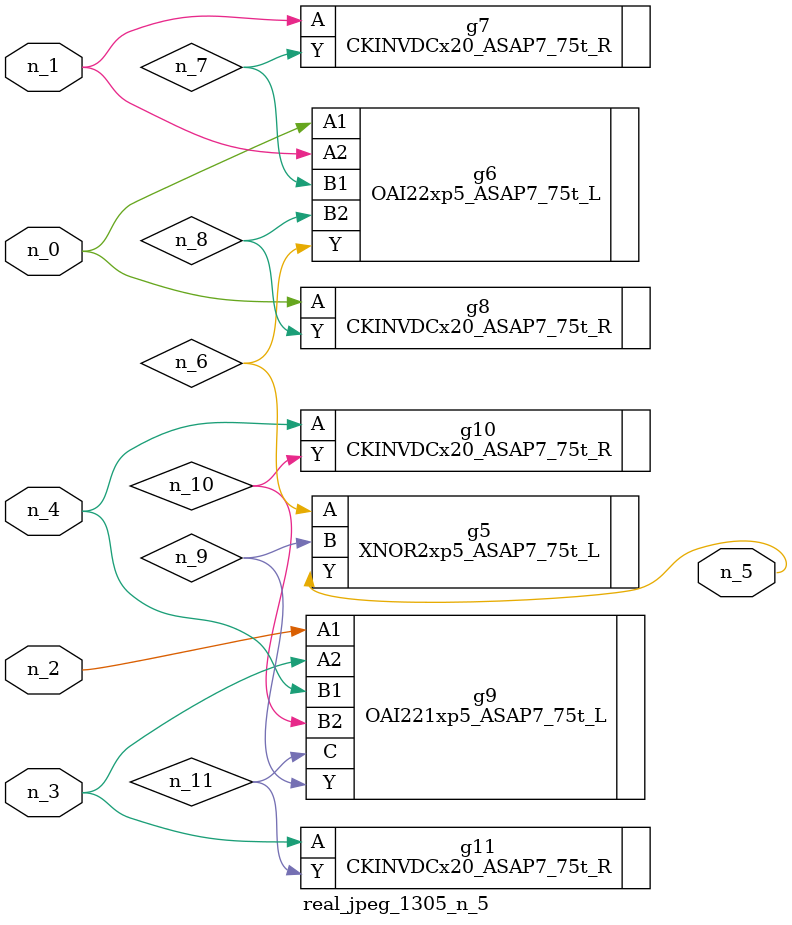
<source format=v>
module real_jpeg_1305_n_5 (n_4, n_0, n_1, n_2, n_3, n_5);

input n_4;
input n_0;
input n_1;
input n_2;
input n_3;

output n_5;

wire n_8;
wire n_11;
wire n_6;
wire n_7;
wire n_10;
wire n_9;

OAI22xp5_ASAP7_75t_L g6 ( 
.A1(n_0),
.A2(n_1),
.B1(n_7),
.B2(n_8),
.Y(n_6)
);

CKINVDCx20_ASAP7_75t_R g8 ( 
.A(n_0),
.Y(n_8)
);

CKINVDCx20_ASAP7_75t_R g7 ( 
.A(n_1),
.Y(n_7)
);

OAI221xp5_ASAP7_75t_L g9 ( 
.A1(n_2),
.A2(n_3),
.B1(n_4),
.B2(n_10),
.C(n_11),
.Y(n_9)
);

CKINVDCx20_ASAP7_75t_R g11 ( 
.A(n_3),
.Y(n_11)
);

CKINVDCx20_ASAP7_75t_R g10 ( 
.A(n_4),
.Y(n_10)
);

XNOR2xp5_ASAP7_75t_L g5 ( 
.A(n_6),
.B(n_9),
.Y(n_5)
);


endmodule
</source>
